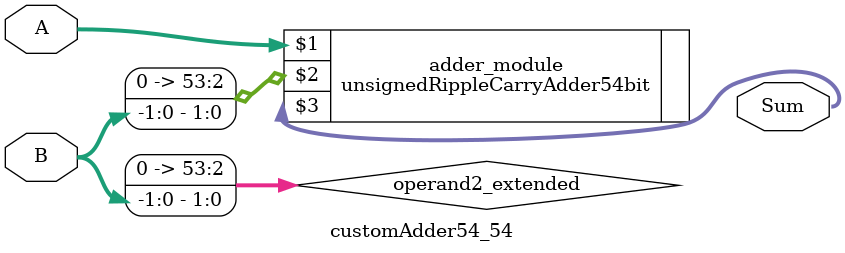
<source format=v>
module customAdder54_54(
                        input [53 : 0] A,
                        input [-1 : 0] B,
                        
                        output [54 : 0] Sum
                );

        wire [53 : 0] operand2_extended;
        
        assign operand2_extended =  {54'b0, B};
        
        unsignedRippleCarryAdder54bit adder_module(
            A,
            operand2_extended,
            Sum
        );
        
        endmodule
        
</source>
